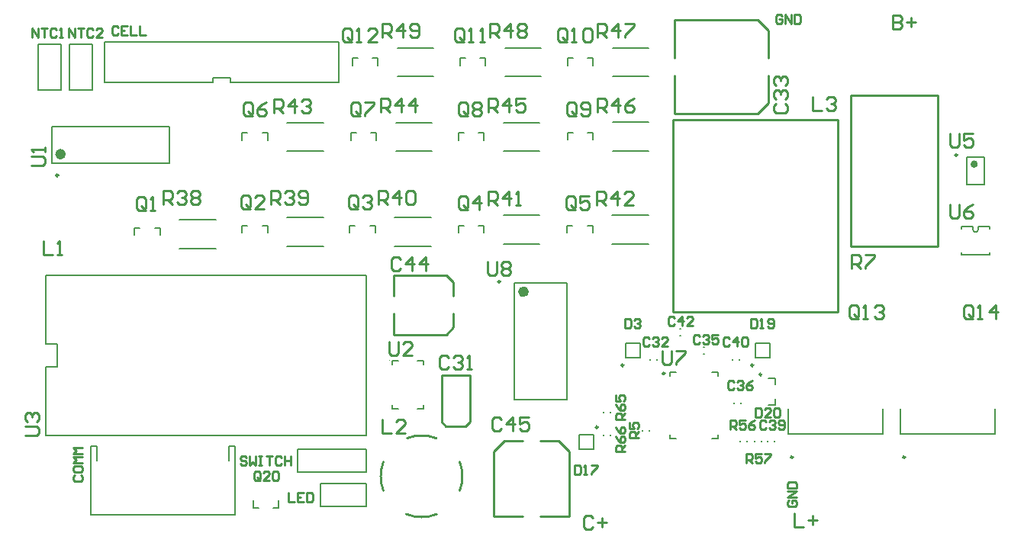
<source format=gto>
G04 Layer_Color=65535*
%FSAX24Y24*%
%MOIN*%
G70*
G01*
G75*
%ADD36C,0.0100*%
%ADD69C,0.0098*%
%ADD70C,0.0236*%
%ADD71C,0.0079*%
%ADD72C,0.0157*%
%ADD73C,0.0039*%
%ADD74C,0.0080*%
D36*
X040331Y014026D02*
G03*
X040333Y012769I001669J-000626D01*
G01*
X042640Y015064D02*
G03*
X041369Y015067I-000640J-001664D01*
G01*
X043669Y012774D02*
G03*
X043669Y014026I-001669J000626D01*
G01*
X041338Y011745D02*
G03*
X042660Y011744I000662J001655D01*
G01*
X053053Y029253D02*
Y030906D01*
X057147Y029725D02*
Y030906D01*
Y031694D02*
Y032875D01*
X053053Y031694D02*
Y033347D01*
X056675D02*
X057147Y032875D01*
X053053Y033347D02*
X056675D01*
X056675Y029253D02*
X057147Y029725D01*
X053053Y029253D02*
X056675D01*
X054925Y020600D02*
X060200D01*
Y029000D01*
X053000D02*
X060200D01*
X053000Y020600D02*
Y029000D01*
Y020600D02*
X054925D01*
X061330Y023450D02*
X064550D01*
Y030050D01*
X060750D02*
X064550D01*
X060750Y023450D02*
Y030050D01*
Y023450D02*
X061330D01*
X040801Y019601D02*
X043084D01*
X043399Y019916D01*
X040801Y022199D02*
X043084D01*
X043399Y021884D01*
X040801Y021294D02*
Y022199D01*
X043399Y021294D02*
Y021884D01*
Y019916D02*
Y020506D01*
X040801Y019601D02*
Y020506D01*
X043933Y015598D02*
X044130Y015794D01*
X042870Y015795D02*
X043067Y015598D01*
X043933D01*
X042870Y015795D02*
X042871Y017802D01*
X044130Y015794D02*
Y017802D01*
X042871D02*
X044130D01*
X047194Y011646D02*
X048454D01*
X047194Y014954D02*
X047981D01*
X045619D02*
X046406D01*
X045146Y011646D02*
X046406D01*
X045146Y014481D02*
X045619Y014954D01*
X045146Y011646D02*
Y014481D01*
X047981Y014954D02*
X048454Y014481D01*
Y011646D02*
Y014481D01*
X024700Y015200D02*
X025200D01*
X025300Y015300D01*
Y015500D01*
X025200Y015600D01*
X024700D01*
X024800Y015800D02*
X024700Y015900D01*
Y016100D01*
X024800Y016200D01*
X024900D01*
X025000Y016100D01*
Y016000D01*
Y016100D01*
X025100Y016200D01*
X025200D01*
X025300Y016100D01*
Y015900D01*
X025200Y015800D01*
X028767Y033033D02*
X028700Y033100D01*
X028567D01*
X028500Y033033D01*
Y032767D01*
X028567Y032700D01*
X028700D01*
X028767Y032767D01*
X029166Y033100D02*
X028900D01*
Y032700D01*
X029166D01*
X028900Y032900D02*
X029033D01*
X029300Y033100D02*
Y032700D01*
X029566D01*
X029700Y033100D02*
Y032700D01*
X029966D01*
X025500Y023700D02*
Y023100D01*
X025900D01*
X026100D02*
X026300D01*
X026200D01*
Y023700D01*
X026100Y023600D01*
X025000Y032600D02*
Y033000D01*
X025267Y032600D01*
Y033000D01*
X025400D02*
X025666D01*
X025533D01*
Y032600D01*
X026066Y032933D02*
X026000Y033000D01*
X025866D01*
X025800Y032933D01*
Y032667D01*
X025866Y032600D01*
X026000D01*
X026066Y032667D01*
X026200Y032600D02*
X026333D01*
X026266D01*
Y033000D01*
X026200Y032933D01*
X026600Y032600D02*
Y033000D01*
X026867Y032600D01*
Y033000D01*
X027000D02*
X027266D01*
X027133D01*
Y032600D01*
X027666Y032933D02*
X027600Y033000D01*
X027466D01*
X027400Y032933D01*
Y032667D01*
X027466Y032600D01*
X027600D01*
X027666Y032667D01*
X028066Y032600D02*
X027800D01*
X028066Y032867D01*
Y032933D01*
X028000Y033000D01*
X027866D01*
X027800Y032933D01*
X029966Y025127D02*
Y025527D01*
X029866Y025627D01*
X029666D01*
X029566Y025527D01*
Y025127D01*
X029666Y025027D01*
X029866D01*
X029766Y025227D02*
X029966Y025027D01*
X029866D02*
X029966Y025127D01*
X030166Y025027D02*
X030365D01*
X030265D01*
Y025627D01*
X030166Y025527D01*
X034516Y025186D02*
Y025586D01*
X034416Y025686D01*
X034216D01*
X034116Y025586D01*
Y025186D01*
X034216Y025086D01*
X034416D01*
X034316Y025286D02*
X034516Y025086D01*
X034416D02*
X034516Y025186D01*
X035115Y025086D02*
X034716D01*
X035115Y025486D01*
Y025586D01*
X035015Y025686D01*
X034815D01*
X034716Y025586D01*
X039216Y025186D02*
Y025586D01*
X039116Y025686D01*
X038916D01*
X038816Y025586D01*
Y025186D01*
X038916Y025086D01*
X039116D01*
X039016Y025286D02*
X039216Y025086D01*
X039116D02*
X039216Y025186D01*
X039416Y025586D02*
X039515Y025686D01*
X039715D01*
X039815Y025586D01*
Y025486D01*
X039715Y025386D01*
X039615D01*
X039715D01*
X039815Y025286D01*
Y025186D01*
X039715Y025086D01*
X039515D01*
X039416Y025186D01*
X044016Y025136D02*
Y025536D01*
X043916Y025636D01*
X043716D01*
X043616Y025536D01*
Y025136D01*
X043716Y025036D01*
X043916D01*
X043816Y025236D02*
X044016Y025036D01*
X043916D02*
X044016Y025136D01*
X044515Y025036D02*
Y025636D01*
X044216Y025336D01*
X044615D01*
X048716Y025136D02*
Y025536D01*
X048616Y025636D01*
X048416D01*
X048316Y025536D01*
Y025136D01*
X048416Y025036D01*
X048616D01*
X048516Y025236D02*
X048716Y025036D01*
X048616D02*
X048716Y025136D01*
X049315Y025636D02*
X048916D01*
Y025336D01*
X049115Y025436D01*
X049215D01*
X049315Y025336D01*
Y025136D01*
X049215Y025036D01*
X049015D01*
X048916Y025136D01*
X034616Y029236D02*
Y029636D01*
X034516Y029736D01*
X034316D01*
X034216Y029636D01*
Y029236D01*
X034316Y029136D01*
X034516D01*
X034416Y029336D02*
X034616Y029136D01*
X034516D02*
X034616Y029236D01*
X035215Y029736D02*
X035015Y029636D01*
X034816Y029436D01*
Y029236D01*
X034915Y029136D01*
X035115D01*
X035215Y029236D01*
Y029336D01*
X035115Y029436D01*
X034816D01*
X039316Y029236D02*
Y029636D01*
X039216Y029736D01*
X039016D01*
X038916Y029636D01*
Y029236D01*
X039016Y029136D01*
X039216D01*
X039116Y029336D02*
X039316Y029136D01*
X039216D02*
X039316Y029236D01*
X039516Y029736D02*
X039915D01*
Y029636D01*
X039516Y029236D01*
Y029136D01*
X044016Y029236D02*
Y029636D01*
X043916Y029736D01*
X043716D01*
X043616Y029636D01*
Y029236D01*
X043716Y029136D01*
X043916D01*
X043816Y029336D02*
X044016Y029136D01*
X043916D02*
X044016Y029236D01*
X044216Y029636D02*
X044315Y029736D01*
X044515D01*
X044615Y029636D01*
Y029536D01*
X044515Y029436D01*
X044615Y029336D01*
Y029236D01*
X044515Y029136D01*
X044315D01*
X044216Y029236D01*
Y029336D01*
X044315Y029436D01*
X044216Y029536D01*
Y029636D01*
X044315Y029436D02*
X044515D01*
X048766Y029236D02*
Y029636D01*
X048666Y029736D01*
X048466D01*
X048366Y029636D01*
Y029236D01*
X048466Y029136D01*
X048666D01*
X048566Y029336D02*
X048766Y029136D01*
X048666D02*
X048766Y029236D01*
X048966D02*
X049065Y029136D01*
X049265D01*
X049365Y029236D01*
Y029636D01*
X049265Y029736D01*
X049065D01*
X048966Y029636D01*
Y029536D01*
X049065Y029436D01*
X049365D01*
X048338Y032500D02*
Y032900D01*
X048238Y033000D01*
X048039D01*
X047939Y032900D01*
Y032500D01*
X048039Y032400D01*
X048238D01*
X048138Y032600D02*
X048338Y032400D01*
X048238D02*
X048338Y032500D01*
X048538Y032400D02*
X048738D01*
X048638D01*
Y033000D01*
X048538Y032900D01*
X049038D02*
X049138Y033000D01*
X049338D01*
X049438Y032900D01*
Y032500D01*
X049338Y032400D01*
X049138D01*
X049038Y032500D01*
Y032900D01*
X043838Y032500D02*
Y032900D01*
X043738Y033000D01*
X043538D01*
X043439Y032900D01*
Y032500D01*
X043538Y032400D01*
X043738D01*
X043638Y032600D02*
X043838Y032400D01*
X043738D02*
X043838Y032500D01*
X044038Y032400D02*
X044238D01*
X044138D01*
Y033000D01*
X044038Y032900D01*
X044538Y032400D02*
X044738D01*
X044638D01*
Y033000D01*
X044538Y032900D01*
X038938Y032500D02*
Y032900D01*
X038838Y033000D01*
X038639D01*
X038539Y032900D01*
Y032500D01*
X038639Y032400D01*
X038838D01*
X038738Y032600D02*
X038938Y032400D01*
X038838D02*
X038938Y032500D01*
X039138Y032400D02*
X039338D01*
X039238D01*
Y033000D01*
X039138Y032900D01*
X040038Y032400D02*
X039638D01*
X040038Y032800D01*
Y032900D01*
X039938Y033000D01*
X039738D01*
X039638Y032900D01*
X061100Y020400D02*
Y020800D01*
X061000Y020900D01*
X060800D01*
X060700Y020800D01*
Y020400D01*
X060800Y020300D01*
X061000D01*
X060900Y020500D02*
X061100Y020300D01*
X061000D02*
X061100Y020400D01*
X061300Y020300D02*
X061500D01*
X061400D01*
Y020900D01*
X061300Y020800D01*
X061800D02*
X061900Y020900D01*
X062100D01*
X062200Y020800D01*
Y020700D01*
X062100Y020600D01*
X062000D01*
X062100D01*
X062200Y020500D01*
Y020400D01*
X062100Y020300D01*
X061900D01*
X061800Y020400D01*
X066100D02*
Y020800D01*
X066000Y020900D01*
X065800D01*
X065700Y020800D01*
Y020400D01*
X065800Y020300D01*
X066000D01*
X065900Y020500D02*
X066100Y020300D01*
X066000D02*
X066100Y020400D01*
X066300Y020300D02*
X066500D01*
X066400D01*
Y020900D01*
X066300Y020800D01*
X067100Y020300D02*
Y020900D01*
X066800Y020600D01*
X067200D01*
X060800Y022500D02*
Y023100D01*
X061100D01*
X061200Y023000D01*
Y022800D01*
X061100Y022700D01*
X060800D01*
X061000D02*
X061200Y022500D01*
X061400Y023100D02*
X061800D01*
Y023000D01*
X061400Y022600D01*
Y022500D01*
X030716Y025286D02*
Y025886D01*
X031016D01*
X031116Y025786D01*
Y025586D01*
X031016Y025486D01*
X030716D01*
X030916D02*
X031116Y025286D01*
X031316Y025786D02*
X031415Y025886D01*
X031615D01*
X031715Y025786D01*
Y025686D01*
X031615Y025586D01*
X031515D01*
X031615D01*
X031715Y025486D01*
Y025386D01*
X031615Y025286D01*
X031415D01*
X031316Y025386D01*
X031915Y025786D02*
X032015Y025886D01*
X032215D01*
X032315Y025786D01*
Y025686D01*
X032215Y025586D01*
X032315Y025486D01*
Y025386D01*
X032215Y025286D01*
X032015D01*
X031915Y025386D01*
Y025486D01*
X032015Y025586D01*
X031915Y025686D01*
Y025786D01*
X032015Y025586D02*
X032215D01*
X035416Y025286D02*
Y025886D01*
X035716D01*
X035816Y025786D01*
Y025586D01*
X035716Y025486D01*
X035416D01*
X035616D02*
X035816Y025286D01*
X036016Y025786D02*
X036115Y025886D01*
X036315D01*
X036415Y025786D01*
Y025686D01*
X036315Y025586D01*
X036215D01*
X036315D01*
X036415Y025486D01*
Y025386D01*
X036315Y025286D01*
X036115D01*
X036016Y025386D01*
X036615D02*
X036715Y025286D01*
X036915D01*
X037015Y025386D01*
Y025786D01*
X036915Y025886D01*
X036715D01*
X036615Y025786D01*
Y025686D01*
X036715Y025586D01*
X037015D01*
X040116Y025286D02*
Y025886D01*
X040416D01*
X040516Y025786D01*
Y025586D01*
X040416Y025486D01*
X040116D01*
X040316D02*
X040516Y025286D01*
X041015D02*
Y025886D01*
X040716Y025586D01*
X041115D01*
X041315Y025786D02*
X041415Y025886D01*
X041615D01*
X041715Y025786D01*
Y025386D01*
X041615Y025286D01*
X041415D01*
X041315Y025386D01*
Y025786D01*
X044916Y025266D02*
Y025866D01*
X045216D01*
X045316Y025766D01*
Y025566D01*
X045216Y025466D01*
X044916D01*
X045116D02*
X045316Y025266D01*
X045815D02*
Y025866D01*
X045516Y025566D01*
X045915D01*
X046115Y025266D02*
X046315D01*
X046215D01*
Y025866D01*
X046115Y025766D01*
X049666Y025266D02*
Y025866D01*
X049966D01*
X050066Y025766D01*
Y025566D01*
X049966Y025466D01*
X049666D01*
X049866D02*
X050066Y025266D01*
X050565D02*
Y025866D01*
X050266Y025566D01*
X050665D01*
X051265Y025266D02*
X050865D01*
X051265Y025666D01*
Y025766D01*
X051165Y025866D01*
X050965D01*
X050865Y025766D01*
X035542Y029286D02*
Y029886D01*
X035842D01*
X035942Y029786D01*
Y029586D01*
X035842Y029486D01*
X035542D01*
X035742D02*
X035942Y029286D01*
X036442D02*
Y029886D01*
X036142Y029586D01*
X036542D01*
X036741Y029786D02*
X036841Y029886D01*
X037041D01*
X037141Y029786D01*
Y029686D01*
X037041Y029586D01*
X036941D01*
X037041D01*
X037141Y029486D01*
Y029386D01*
X037041Y029286D01*
X036841D01*
X036741Y029386D01*
X040216Y029316D02*
Y029916D01*
X040516D01*
X040616Y029816D01*
Y029616D01*
X040516Y029516D01*
X040216D01*
X040416D02*
X040616Y029316D01*
X041115D02*
Y029916D01*
X040816Y029616D01*
X041215D01*
X041715Y029316D02*
Y029916D01*
X041415Y029616D01*
X041815D01*
X044916Y029316D02*
Y029916D01*
X045216D01*
X045316Y029816D01*
Y029616D01*
X045216Y029516D01*
X044916D01*
X045116D02*
X045316Y029316D01*
X045815D02*
Y029916D01*
X045516Y029616D01*
X045915D01*
X046515Y029916D02*
X046115D01*
Y029616D01*
X046315Y029716D01*
X046415D01*
X046515Y029616D01*
Y029416D01*
X046415Y029316D01*
X046215D01*
X046115Y029416D01*
X049689Y029330D02*
Y029930D01*
X049988D01*
X050088Y029830D01*
Y029630D01*
X049988Y029530D01*
X049689D01*
X049888D02*
X050088Y029330D01*
X050588D02*
Y029930D01*
X050288Y029630D01*
X050688D01*
X051288Y029930D02*
X051088Y029830D01*
X050888Y029630D01*
Y029430D01*
X050988Y029330D01*
X051188D01*
X051288Y029430D01*
Y029530D01*
X051188Y029630D01*
X050888D01*
X049689Y032580D02*
Y033180D01*
X049988D01*
X050088Y033080D01*
Y032880D01*
X049988Y032780D01*
X049689D01*
X049888D02*
X050088Y032580D01*
X050588D02*
Y033180D01*
X050288Y032880D01*
X050688D01*
X050888Y033180D02*
X051288D01*
Y033080D01*
X050888Y032680D01*
Y032580D01*
X044989D02*
Y033180D01*
X045288D01*
X045388Y033080D01*
Y032880D01*
X045288Y032780D01*
X044989D01*
X045188D02*
X045388Y032580D01*
X045888D02*
Y033180D01*
X045588Y032880D01*
X045988D01*
X046188Y033080D02*
X046288Y033180D01*
X046488D01*
X046588Y033080D01*
Y032980D01*
X046488Y032880D01*
X046588Y032780D01*
Y032680D01*
X046488Y032580D01*
X046288D01*
X046188Y032680D01*
Y032780D01*
X046288Y032880D01*
X046188Y032980D01*
Y033080D01*
X046288Y032880D02*
X046488D01*
X040289Y032580D02*
Y033180D01*
X040588D01*
X040688Y033080D01*
Y032880D01*
X040588Y032780D01*
X040289D01*
X040488D02*
X040688Y032580D01*
X041188D02*
Y033180D01*
X040888Y032880D01*
X041288D01*
X041488Y032680D02*
X041588Y032580D01*
X041788D01*
X041888Y032680D01*
Y033080D01*
X041788Y033180D01*
X041588D01*
X041488Y033080D01*
Y032980D01*
X041588Y032880D01*
X041888D01*
X024966Y026986D02*
X025466D01*
X025566Y027086D01*
Y027286D01*
X025466Y027386D01*
X024966D01*
X025566Y027586D02*
Y027786D01*
Y027686D01*
X024966D01*
X025066Y027586D01*
X065100Y028400D02*
Y027900D01*
X065200Y027800D01*
X065400D01*
X065500Y027900D01*
Y028400D01*
X066100D02*
X065700D01*
Y028100D01*
X065900Y028200D01*
X066000D01*
X066100Y028100D01*
Y027900D01*
X066000Y027800D01*
X065800D01*
X065700Y027900D01*
X065100Y025300D02*
Y024800D01*
X065200Y024700D01*
X065400D01*
X065500Y024800D01*
Y025300D01*
X066100D02*
X065900Y025200D01*
X065700Y025000D01*
Y024800D01*
X065800Y024700D01*
X066000D01*
X066100Y024800D01*
Y024900D01*
X066000Y025000D01*
X065700D01*
X056400Y020300D02*
Y019900D01*
X056600D01*
X056667Y019967D01*
Y020233D01*
X056600Y020300D01*
X056400D01*
X056800Y019900D02*
X056933D01*
X056867D01*
Y020300D01*
X056800Y020233D01*
X057133Y019967D02*
X057200Y019900D01*
X057333D01*
X057400Y019967D01*
Y020233D01*
X057333Y020300D01*
X057200D01*
X057133Y020233D01*
Y020167D01*
X057200Y020100D01*
X057400D01*
X056600Y016400D02*
Y016000D01*
X056800D01*
X056867Y016067D01*
Y016333D01*
X056800Y016400D01*
X056600D01*
X057266Y016000D02*
X057000D01*
X057266Y016267D01*
Y016333D01*
X057200Y016400D01*
X057067D01*
X057000Y016333D01*
X057400D02*
X057466Y016400D01*
X057600D01*
X057666Y016333D01*
Y016067D01*
X057600Y016000D01*
X057466D01*
X057400Y016067D01*
Y016333D01*
X051500Y015100D02*
X051100D01*
Y015300D01*
X051167Y015367D01*
X051300D01*
X051367Y015300D01*
Y015100D01*
Y015233D02*
X051500Y015367D01*
X051100Y015766D02*
Y015500D01*
X051300D01*
X051233Y015633D01*
Y015700D01*
X051300Y015766D01*
X051433D01*
X051500Y015700D01*
Y015567D01*
X051433Y015500D01*
X043200Y018600D02*
X043100Y018700D01*
X042900D01*
X042800Y018600D01*
Y018200D01*
X042900Y018100D01*
X043100D01*
X043200Y018200D01*
X043400Y018600D02*
X043500Y018700D01*
X043700D01*
X043800Y018600D01*
Y018500D01*
X043700Y018400D01*
X043600D01*
X043700D01*
X043800Y018300D01*
Y018200D01*
X043700Y018100D01*
X043500D01*
X043400Y018200D01*
X044000Y018100D02*
X044200D01*
X044100D01*
Y018700D01*
X044000Y018600D01*
X051967Y019433D02*
X051900Y019500D01*
X051767D01*
X051700Y019433D01*
Y019167D01*
X051767Y019100D01*
X051900D01*
X051967Y019167D01*
X052100Y019433D02*
X052167Y019500D01*
X052300D01*
X052366Y019433D01*
Y019367D01*
X052300Y019300D01*
X052233D01*
X052300D01*
X052366Y019233D01*
Y019167D01*
X052300Y019100D01*
X052167D01*
X052100Y019167D01*
X052766Y019100D02*
X052500D01*
X052766Y019367D01*
Y019433D01*
X052700Y019500D01*
X052566D01*
X052500Y019433D01*
X057500Y029700D02*
X057400Y029600D01*
Y029400D01*
X057500Y029300D01*
X057900D01*
X058000Y029400D01*
Y029600D01*
X057900Y029700D01*
X057500Y029900D02*
X057400Y030000D01*
Y030200D01*
X057500Y030300D01*
X057600D01*
X057700Y030200D01*
Y030100D01*
Y030200D01*
X057800Y030300D01*
X057900D01*
X058000Y030200D01*
Y030000D01*
X057900Y029900D01*
X057500Y030500D02*
X057400Y030600D01*
Y030800D01*
X057500Y030899D01*
X057600D01*
X057700Y030800D01*
Y030700D01*
Y030800D01*
X057800Y030899D01*
X057900D01*
X058000Y030800D01*
Y030600D01*
X057900Y030500D01*
X054167Y019533D02*
X054100Y019600D01*
X053967D01*
X053900Y019533D01*
Y019267D01*
X053967Y019200D01*
X054100D01*
X054167Y019267D01*
X054300Y019533D02*
X054367Y019600D01*
X054500D01*
X054566Y019533D01*
Y019467D01*
X054500Y019400D01*
X054433D01*
X054500D01*
X054566Y019333D01*
Y019267D01*
X054500Y019200D01*
X054367D01*
X054300Y019267D01*
X054966Y019600D02*
X054700D01*
Y019400D01*
X054833Y019467D01*
X054900D01*
X054966Y019400D01*
Y019267D01*
X054900Y019200D01*
X054766D01*
X054700Y019267D01*
X055667Y017533D02*
X055600Y017600D01*
X055467D01*
X055400Y017533D01*
Y017267D01*
X055467Y017200D01*
X055600D01*
X055667Y017267D01*
X055800Y017533D02*
X055867Y017600D01*
X056000D01*
X056066Y017533D01*
Y017467D01*
X056000Y017400D01*
X055933D01*
X056000D01*
X056066Y017333D01*
Y017267D01*
X056000Y017200D01*
X055867D01*
X055800Y017267D01*
X056466Y017600D02*
X056333Y017533D01*
X056200Y017400D01*
Y017267D01*
X056266Y017200D01*
X056400D01*
X056466Y017267D01*
Y017333D01*
X056400Y017400D01*
X056200D01*
X057067Y015783D02*
X057000Y015850D01*
X056867D01*
X056800Y015783D01*
Y015517D01*
X056867Y015450D01*
X057000D01*
X057067Y015517D01*
X057200Y015783D02*
X057267Y015850D01*
X057400D01*
X057466Y015783D01*
Y015717D01*
X057400Y015650D01*
X057333D01*
X057400D01*
X057466Y015583D01*
Y015517D01*
X057400Y015450D01*
X057267D01*
X057200Y015517D01*
X057600D02*
X057666Y015450D01*
X057800D01*
X057866Y015517D01*
Y015783D01*
X057800Y015850D01*
X057666D01*
X057600Y015783D01*
Y015717D01*
X057666Y015650D01*
X057866D01*
X055467Y019433D02*
X055400Y019500D01*
X055267D01*
X055200Y019433D01*
Y019167D01*
X055267Y019100D01*
X055400D01*
X055467Y019167D01*
X055800Y019100D02*
Y019500D01*
X055600Y019300D01*
X055866D01*
X056000Y019433D02*
X056066Y019500D01*
X056200D01*
X056266Y019433D01*
Y019167D01*
X056200Y019100D01*
X056066D01*
X056000Y019167D01*
Y019433D01*
X041100Y022900D02*
X041000Y023000D01*
X040800D01*
X040700Y022900D01*
Y022500D01*
X040800Y022400D01*
X041000D01*
X041100Y022500D01*
X041600Y022400D02*
Y023000D01*
X041300Y022700D01*
X041700D01*
X042200Y022400D02*
Y023000D01*
X041900Y022700D01*
X042299D01*
X050900Y020300D02*
Y019900D01*
X051100D01*
X051167Y019967D01*
Y020233D01*
X051100Y020300D01*
X050900D01*
X051300Y020233D02*
X051367Y020300D01*
X051500D01*
X051566Y020233D01*
Y020167D01*
X051500Y020100D01*
X051433D01*
X051500D01*
X051566Y020033D01*
Y019967D01*
X051500Y019900D01*
X051367D01*
X051300Y019967D01*
X048700Y013900D02*
Y013500D01*
X048900D01*
X048967Y013567D01*
Y013833D01*
X048900Y013900D01*
X048700D01*
X049100Y013500D02*
X049233D01*
X049167D01*
Y013900D01*
X049100Y013833D01*
X049433Y013900D02*
X049700D01*
Y013833D01*
X049433Y013567D01*
Y013500D01*
X026867Y013467D02*
X026800Y013400D01*
Y013267D01*
X026867Y013200D01*
X027133D01*
X027200Y013267D01*
Y013400D01*
X027133Y013467D01*
X026800Y013800D02*
Y013667D01*
X026867Y013600D01*
X027133D01*
X027200Y013667D01*
Y013800D01*
X027133Y013866D01*
X026867D01*
X026800Y013800D01*
X027200Y014000D02*
X026800D01*
X026933Y014133D01*
X026800Y014266D01*
X027200D01*
Y014400D02*
X026800D01*
X026933Y014533D01*
X026800Y014666D01*
X027200D01*
X040300Y015900D02*
Y015300D01*
X040700D01*
X041300D02*
X040900D01*
X041300Y015700D01*
Y015800D01*
X041200Y015900D01*
X041000D01*
X040900Y015800D01*
X059100Y030000D02*
Y029400D01*
X059500D01*
X059700Y029900D02*
X059800Y030000D01*
X060000D01*
X060100Y029900D01*
Y029800D01*
X060000Y029700D01*
X059900D01*
X060000D01*
X060100Y029600D01*
Y029500D01*
X060000Y029400D01*
X059800D01*
X059700Y029500D01*
X036200Y012700D02*
Y012300D01*
X036467D01*
X036866Y012700D02*
X036600D01*
Y012300D01*
X036866D01*
X036600Y012500D02*
X036733D01*
X037000Y012700D02*
Y012300D01*
X037200D01*
X037266Y012367D01*
Y012633D01*
X037200Y012700D01*
X037000D01*
X034967Y013277D02*
Y013543D01*
X034900Y013610D01*
X034767D01*
X034700Y013543D01*
Y013277D01*
X034767Y013210D01*
X034900D01*
X034833Y013343D02*
X034967Y013210D01*
X034900D02*
X034967Y013277D01*
X035366Y013210D02*
X035100D01*
X035366Y013477D01*
Y013543D01*
X035300Y013610D01*
X035167D01*
X035100Y013543D01*
X035500D02*
X035566Y013610D01*
X035700D01*
X035766Y013543D01*
Y013277D01*
X035700Y013210D01*
X035566D01*
X035500Y013277D01*
Y013543D01*
X055500Y015450D02*
Y015850D01*
X055700D01*
X055767Y015783D01*
Y015650D01*
X055700Y015583D01*
X055500D01*
X055633D02*
X055767Y015450D01*
X056166Y015850D02*
X055900D01*
Y015650D01*
X056033Y015717D01*
X056100D01*
X056166Y015650D01*
Y015517D01*
X056100Y015450D01*
X055967D01*
X055900Y015517D01*
X056566Y015850D02*
X056433Y015783D01*
X056300Y015650D01*
Y015517D01*
X056366Y015450D01*
X056500D01*
X056566Y015517D01*
Y015583D01*
X056500Y015650D01*
X056300D01*
X056200Y014000D02*
Y014400D01*
X056400D01*
X056467Y014333D01*
Y014200D01*
X056400Y014133D01*
X056200D01*
X056333D02*
X056467Y014000D01*
X056866Y014400D02*
X056600D01*
Y014200D01*
X056733Y014267D01*
X056800D01*
X056866Y014200D01*
Y014067D01*
X056800Y014000D01*
X056667D01*
X056600Y014067D01*
X057000Y014400D02*
X057266D01*
Y014333D01*
X057000Y014067D01*
Y014000D01*
X040600Y019300D02*
Y018800D01*
X040700Y018700D01*
X040900D01*
X041000Y018800D01*
Y019300D01*
X041600Y018700D02*
X041200D01*
X041600Y019100D01*
Y019200D01*
X041500Y019300D01*
X041300D01*
X041200Y019200D01*
X052533Y018900D02*
Y018400D01*
X052633Y018300D01*
X052833D01*
X052933Y018400D01*
Y018900D01*
X053133D02*
X053533D01*
Y018800D01*
X053133Y018400D01*
Y018300D01*
X044900Y022800D02*
Y022300D01*
X045000Y022200D01*
X045200D01*
X045300Y022300D01*
Y022800D01*
X045500Y022700D02*
X045600Y022800D01*
X045800D01*
X045900Y022700D01*
Y022600D01*
X045800Y022500D01*
X045900Y022400D01*
Y022300D01*
X045800Y022200D01*
X045600D01*
X045500Y022300D01*
Y022400D01*
X045600Y022500D01*
X045500Y022600D01*
Y022700D01*
X045600Y022500D02*
X045800D01*
X050900Y015900D02*
X050500D01*
Y016100D01*
X050567Y016167D01*
X050700D01*
X050767Y016100D01*
Y015900D01*
Y016033D02*
X050900Y016167D01*
X050500Y016566D02*
X050567Y016433D01*
X050700Y016300D01*
X050833D01*
X050900Y016367D01*
Y016500D01*
X050833Y016566D01*
X050767D01*
X050700Y016500D01*
Y016300D01*
X050500Y016966D02*
Y016700D01*
X050700D01*
X050633Y016833D01*
Y016900D01*
X050700Y016966D01*
X050833D01*
X050900Y016900D01*
Y016766D01*
X050833Y016700D01*
X050900Y014500D02*
X050500D01*
Y014700D01*
X050567Y014767D01*
X050700D01*
X050767Y014700D01*
Y014500D01*
Y014633D02*
X050900Y014767D01*
X050500Y015166D02*
X050567Y015033D01*
X050700Y014900D01*
X050833D01*
X050900Y014967D01*
Y015100D01*
X050833Y015166D01*
X050767D01*
X050700Y015100D01*
Y014900D01*
X050500Y015566D02*
X050567Y015433D01*
X050700Y015300D01*
X050833D01*
X050900Y015366D01*
Y015500D01*
X050833Y015566D01*
X050767D01*
X050700Y015500D01*
Y015300D01*
X053067Y020333D02*
X053000Y020400D01*
X052867D01*
X052800Y020333D01*
Y020067D01*
X052867Y020000D01*
X053000D01*
X053067Y020067D01*
X053400Y020000D02*
Y020400D01*
X053200Y020200D01*
X053466D01*
X053866Y020000D02*
X053600D01*
X053866Y020267D01*
Y020333D01*
X053800Y020400D01*
X053666D01*
X053600Y020333D01*
X045500Y015900D02*
X045400Y016000D01*
X045200D01*
X045100Y015900D01*
Y015500D01*
X045200Y015400D01*
X045400D01*
X045500Y015500D01*
X046000Y015400D02*
Y016000D01*
X045700Y015700D01*
X046100D01*
X046699Y016000D02*
X046300D01*
Y015700D01*
X046500Y015800D01*
X046600D01*
X046699Y015700D01*
Y015500D01*
X046600Y015400D01*
X046400D01*
X046300Y015500D01*
X034367Y014233D02*
X034300Y014300D01*
X034167D01*
X034100Y014233D01*
Y014167D01*
X034167Y014100D01*
X034300D01*
X034367Y014033D01*
Y013967D01*
X034300Y013900D01*
X034167D01*
X034100Y013967D01*
X034500Y014300D02*
Y013900D01*
X034633Y014033D01*
X034766Y013900D01*
Y014300D01*
X034900D02*
X035033D01*
X034966D01*
Y013900D01*
X034900D01*
X035033D01*
X035233Y014300D02*
X035500D01*
X035366D01*
Y013900D01*
X035899Y014233D02*
X035833Y014300D01*
X035699D01*
X035633Y014233D01*
Y013967D01*
X035699Y013900D01*
X035833D01*
X035899Y013967D01*
X036033Y014300D02*
Y013900D01*
Y014100D01*
X036299D01*
Y014300D01*
Y013900D01*
X058067Y012367D02*
X058000Y012300D01*
Y012167D01*
X058067Y012100D01*
X058333D01*
X058400Y012167D01*
Y012300D01*
X058333Y012367D01*
X058200D01*
Y012233D01*
X058400Y012500D02*
X058000D01*
X058400Y012766D01*
X058000D01*
Y012900D02*
X058400D01*
Y013100D01*
X058333Y013166D01*
X058067D01*
X058000Y013100D01*
Y012900D01*
X049500Y011600D02*
X049400Y011700D01*
X049200D01*
X049100Y011600D01*
Y011200D01*
X049200Y011100D01*
X049400D01*
X049500Y011200D01*
X049700Y011400D02*
X050100D01*
X049900Y011600D02*
Y011200D01*
X058300Y011800D02*
Y011200D01*
X058700D01*
X058900Y011500D02*
X059300D01*
X059100Y011700D02*
Y011300D01*
X062600Y033550D02*
Y032950D01*
X062900D01*
X063000Y033050D01*
Y033150D01*
X062900Y033250D01*
X062600D01*
X062900D01*
X063000Y033350D01*
Y033450D01*
X062900Y033550D01*
X062600D01*
X063200Y033250D02*
X063600D01*
X063400Y033450D02*
Y033050D01*
X057767Y033533D02*
X057700Y033600D01*
X057567D01*
X057500Y033533D01*
Y033267D01*
X057567Y033200D01*
X057700D01*
X057767Y033267D01*
Y033400D01*
X057633D01*
X057900Y033200D02*
Y033600D01*
X058166Y033200D01*
Y033600D01*
X058300D02*
Y033200D01*
X058500D01*
X058566Y033267D01*
Y033533D01*
X058500Y033600D01*
X058300D01*
D69*
X052630Y017898D02*
G03*
X052630Y017898I-000049J000000D01*
G01*
X056856Y017848D02*
G03*
X056856Y017848I-000049J000000D01*
G01*
X045438Y021904D02*
G03*
X045438Y021904I-000049J000000D01*
G01*
X058226Y014239D02*
G03*
X058226Y014239I-000049J000000D01*
G01*
X063126D02*
G03*
X063126Y014239I-000049J000000D01*
G01*
X026132Y026557D02*
G03*
X026132Y026557I-000049J000000D01*
G01*
X065403Y027439D02*
G03*
X065403Y027439I-000049J000000D01*
G01*
X049706Y015544D02*
G03*
X049706Y015544I-000049J000000D01*
G01*
X050826Y018256D02*
G03*
X050826Y018256I-000049J000000D01*
G01*
X056493D02*
G03*
X056493Y018256I-000049J000000D01*
G01*
D70*
X046570Y021465D02*
G03*
X046570Y021465I-000118J000000D01*
G01*
X026349Y027482D02*
G03*
X026349Y027482I-000118J000000D01*
G01*
D71*
X066082Y024192D02*
G03*
X066318Y024192I000118J000000D01*
G01*
X052837Y015043D02*
X053103D01*
X052837D02*
Y015211D01*
X054697Y015043D02*
X054963D01*
Y015211D01*
Y017789D02*
Y017957D01*
X054697D02*
X054963D01*
X052837D02*
X053103D01*
X052837Y017789D02*
Y017957D01*
X026616Y030286D02*
Y032286D01*
Y030286D02*
X027616D01*
Y032286D01*
X026616D02*
X027616D01*
X025266Y030286D02*
Y032286D01*
Y030286D02*
X026266D01*
Y032286D01*
X025266D02*
X026266D01*
X057456Y016525D02*
Y016785D01*
X057135Y016525D02*
X057456D01*
Y017415D02*
Y017675D01*
X057135D02*
X057456D01*
X055938Y016580D02*
Y016620D01*
X055662Y016580D02*
Y016620D01*
X046058Y016741D02*
X048342D01*
X046058Y021859D02*
X048342D01*
Y016741D02*
Y021859D01*
X046058Y016741D02*
Y021859D01*
X036128Y027616D02*
X037703D01*
X036128Y028856D02*
X037703D01*
X062167Y015263D02*
Y016365D01*
X058033Y015263D02*
X062167D01*
X058033D02*
Y016365D01*
X067067Y015263D02*
Y016365D01*
X062933Y015263D02*
X067067D01*
X062933D02*
Y016365D01*
X040951Y030880D02*
X042526D01*
X040951Y032120D02*
X042526D01*
X045651Y030880D02*
X047226D01*
X045651Y032120D02*
X047226D01*
X050351Y030880D02*
X051926D01*
X050351Y032120D02*
X051926D01*
X050351Y027630D02*
X051926D01*
X050351Y028870D02*
X051926D01*
X045578Y027616D02*
X047153D01*
X045578Y028856D02*
X047153D01*
X040878Y027616D02*
X042453D01*
X040878Y028856D02*
X042453D01*
X050328Y023566D02*
X051903D01*
X050328Y024806D02*
X051903D01*
X045578Y023566D02*
X047153D01*
X045578Y024806D02*
X047153D01*
X025837Y027089D02*
X030994D01*
X025837Y028683D02*
X030994D01*
X025837Y027089D02*
Y028683D01*
X030994Y027089D02*
Y028683D01*
X031428Y023366D02*
X033003D01*
X031428Y024606D02*
X033003D01*
X036128Y023466D02*
X037703D01*
X036128Y024706D02*
X037703D01*
X040828Y023466D02*
X042403D01*
X040828Y024706D02*
X042403D01*
X052271Y018480D02*
Y018520D01*
X051995Y018480D02*
Y018520D01*
X065590Y024212D02*
Y024310D01*
X066082D01*
Y024192D02*
Y024310D01*
X066318Y024192D02*
Y024310D01*
X066810D01*
Y024212D02*
Y024310D01*
X065590Y023090D02*
X066810D01*
Y023188D01*
X065590Y023090D02*
Y023188D01*
X037600Y013100D02*
X039600D01*
X037600Y012100D02*
Y013100D01*
Y012100D02*
X039600D01*
Y013100D01*
X036600Y013600D02*
Y014600D01*
X039600D01*
Y013600D02*
Y014600D01*
X036600Y013600D02*
X039600D01*
X055871Y018480D02*
Y018520D01*
X055595Y018480D02*
Y018520D01*
X065826Y026140D02*
X066574D01*
X065826Y027360D02*
X066574D01*
Y026140D02*
Y027360D01*
X065826Y026140D02*
Y027360D01*
X041811Y016337D02*
X042069D01*
X040731D02*
X040989D01*
X041811Y018463D02*
X042069D01*
X040731D02*
X040989D01*
X042069Y016337D02*
Y016504D01*
Y018296D02*
Y018463D01*
X040731Y016337D02*
Y016504D01*
Y018296D02*
Y018463D01*
X053280Y019838D02*
X053320D01*
X053280Y019562D02*
X053320D01*
X048885Y015207D02*
X049515D01*
Y014593D02*
Y015207D01*
X048885Y014593D02*
Y015207D01*
Y014593D02*
X049515D01*
X050238Y015180D02*
Y015220D01*
X049962Y015180D02*
Y015220D01*
X050238Y016180D02*
Y016220D01*
X049962Y016180D02*
Y016220D01*
X050918Y019207D02*
X051548D01*
Y018593D02*
Y019207D01*
X050918Y018593D02*
Y019207D01*
Y018593D02*
X051548D01*
X051938Y015380D02*
Y015420D01*
X051662Y015380D02*
Y015420D01*
X054313Y018762D02*
X054353D01*
X054313Y019038D02*
X054353D01*
X056585Y019207D02*
X057215D01*
Y018593D02*
Y019207D01*
X056585Y018593D02*
Y019207D01*
Y018593D02*
X057215D01*
X056205Y014905D02*
Y014944D01*
X055929Y014905D02*
Y014944D01*
X057405Y014905D02*
Y014944D01*
X057129Y014905D02*
Y014944D01*
X056838Y014905D02*
Y014944D01*
X056562Y014905D02*
Y014944D01*
D72*
X066220Y027045D02*
G03*
X066220Y027045I-000079J000000D01*
G01*
D73*
X040593Y018463D02*
G03*
X040593Y018463I-000020J000000D01*
G01*
D74*
X026100Y018200D02*
Y019200D01*
X025600D02*
X026100D01*
X025600D02*
Y022200D01*
X039600D01*
Y015200D02*
Y022200D01*
X025600Y015200D02*
X039600D01*
X025600D02*
Y018200D01*
X026100D01*
X027810Y014100D02*
Y014730D01*
X033596Y014100D02*
Y014730D01*
X027550D02*
X027810D01*
X033596D02*
X033852D01*
X027550Y011730D02*
Y014730D01*
Y011730D02*
X033850D01*
X033852D02*
Y014730D01*
X035515Y012020D02*
X035751D01*
Y012339D01*
X034640Y012020D02*
X034880D01*
X034640D02*
Y012339D01*
X038987Y031680D02*
X039224D01*
X038987Y031361D02*
Y031680D01*
X039859D02*
X040099D01*
Y031361D02*
Y031680D01*
X043687D02*
X043924D01*
X043687Y031361D02*
Y031680D01*
X044559D02*
X044799D01*
Y031361D02*
Y031680D01*
X048387D02*
X048624D01*
X048387Y031361D02*
Y031680D01*
X049259D02*
X049499D01*
Y031361D02*
Y031680D01*
X048387Y028430D02*
X048624D01*
X048387Y028111D02*
Y028430D01*
X049259D02*
X049499D01*
Y028111D02*
Y028430D01*
X043615Y028416D02*
X043851D01*
X043615Y028096D02*
Y028416D01*
X044486D02*
X044726D01*
Y028096D02*
Y028416D01*
X038915D02*
X039151D01*
X038915Y028096D02*
Y028416D01*
X039786D02*
X040026D01*
Y028096D02*
Y028416D01*
X034165D02*
X034401D01*
X034165Y028096D02*
Y028416D01*
X035036D02*
X035276D01*
Y028096D02*
Y028416D01*
X048365Y024366D02*
X048601D01*
X048365Y024046D02*
Y024366D01*
X049236D02*
X049476D01*
Y024046D02*
Y024366D01*
X043615D02*
X043851D01*
X043615Y024046D02*
Y024366D01*
X044486D02*
X044726D01*
Y024046D02*
Y024366D01*
X038865D02*
X039101D01*
X038865Y024046D02*
Y024366D01*
X039736D02*
X039976D01*
Y024046D02*
Y024366D01*
X034165D02*
X034401D01*
X034165Y024046D02*
Y024366D01*
X035036D02*
X035276D01*
Y024046D02*
Y024366D01*
X029465Y024266D02*
X029701D01*
X029465Y023946D02*
Y024266D01*
X030336D02*
X030576D01*
Y023946D02*
Y024266D01*
X028148Y030607D02*
Y032386D01*
X038384D01*
X033666Y030607D02*
X038384D01*
X028148D02*
X032872D01*
Y030804D02*
X033666D01*
Y030607D02*
Y030804D01*
X032872Y030607D02*
Y030804D01*
X038384Y030607D02*
Y032386D01*
M02*

</source>
